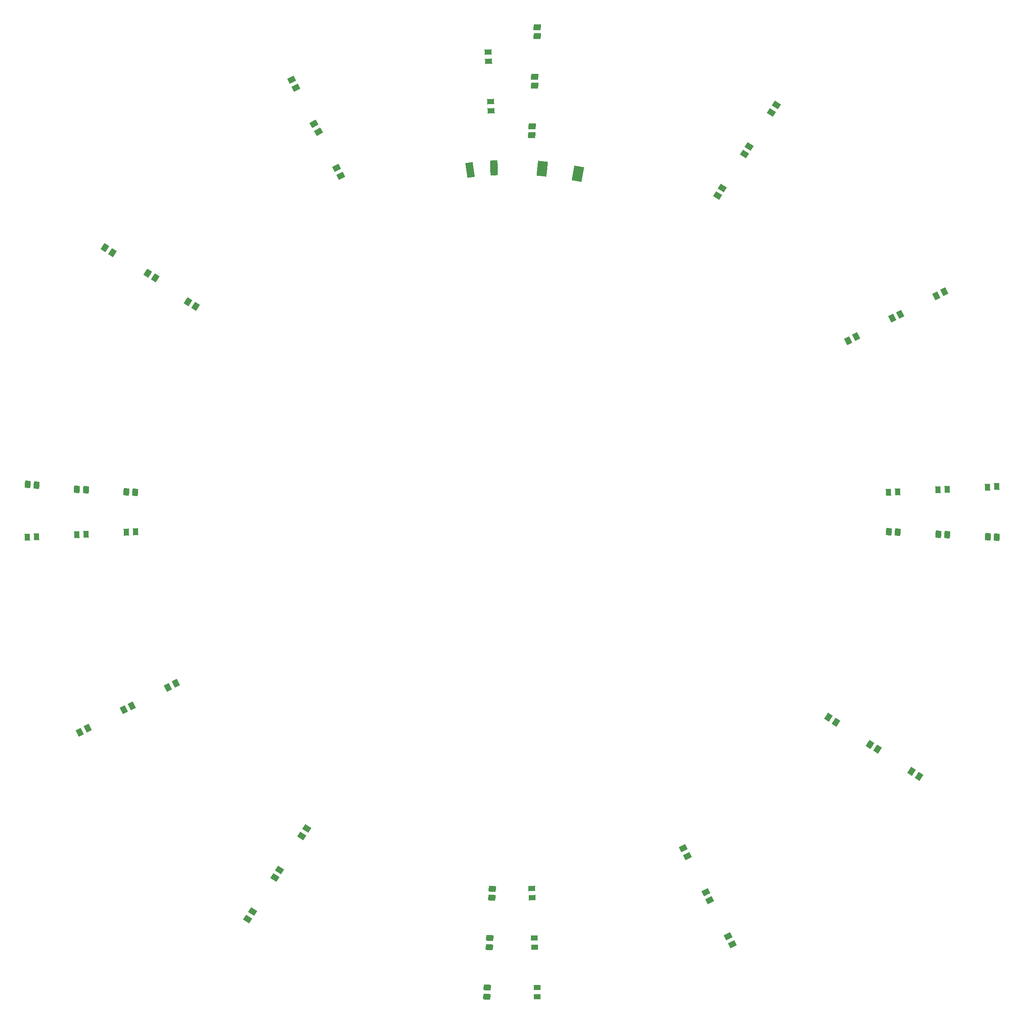
<source format=gbp>
G04 Layer_Color=128*
%FSLAX42Y42*%
%MOMM*%
G71*
G01*
G75*
G04:AMPARAMS|DCode=120|XSize=1.4mm|YSize=1.05mm|CornerRadius=0mm|HoleSize=0mm|Usage=FLASHONLY|Rotation=272.678|XOffset=0mm|YOffset=0mm|HoleType=Round|Shape=Rectangle|*
%AMROTATEDRECTD120*
4,1,4,-0.56,0.67,0.49,0.72,0.56,-0.67,-0.49,-0.72,-0.56,0.67,0.0*
%
%ADD120ROTATEDRECTD120*%

G04:AMPARAMS|DCode=121|XSize=1.4mm|YSize=1.05mm|CornerRadius=0mm|HoleSize=0mm|Usage=FLASHONLY|Rotation=2.023|XOffset=0mm|YOffset=0mm|HoleType=Round|Shape=Rectangle|*
%AMROTATEDRECTD121*
4,1,4,-0.68,-0.55,-0.72,0.50,0.68,0.55,0.72,-0.50,-0.68,-0.55,0.0*
%
%ADD121ROTATEDRECTD121*%

G04:AMPARAMS|DCode=122|XSize=1.4mm|YSize=1.05mm|CornerRadius=0mm|HoleSize=0mm|Usage=FLASHONLY|Rotation=3.004|XOffset=0mm|YOffset=0mm|HoleType=Round|Shape=Rectangle|*
%AMROTATEDRECTD122*
4,1,4,-0.67,-0.56,-0.73,0.49,0.67,0.56,0.73,-0.49,-0.67,-0.56,0.0*
%
%ADD122ROTATEDRECTD122*%

G04:AMPARAMS|DCode=123|XSize=1.4mm|YSize=1.05mm|CornerRadius=0mm|HoleSize=0mm|Usage=FLASHONLY|Rotation=272.498|XOffset=0mm|YOffset=0mm|HoleType=Round|Shape=Rectangle|*
%AMROTATEDRECTD123*
4,1,4,-0.56,0.68,0.49,0.72,0.56,-0.68,-0.49,-0.72,-0.56,0.68,0.0*
%
%ADD123ROTATEDRECTD123*%

G04:AMPARAMS|DCode=124|XSize=1.4mm|YSize=1.05mm|CornerRadius=0mm|HoleSize=0mm|Usage=FLASHONLY|Rotation=1.976|XOffset=0mm|YOffset=0mm|HoleType=Round|Shape=Rectangle|*
%AMROTATEDRECTD124*
4,1,4,-0.68,-0.55,-0.72,0.50,0.68,0.55,0.72,-0.50,-0.68,-0.55,0.0*
%
%ADD124ROTATEDRECTD124*%

G04:AMPARAMS|DCode=125|XSize=1.4mm|YSize=1.05mm|CornerRadius=0mm|HoleSize=0mm|Usage=FLASHONLY|Rotation=3.000|XOffset=0mm|YOffset=0mm|HoleType=Round|Shape=Rectangle|*
%AMROTATEDRECTD125*
4,1,4,-0.67,-0.56,-0.73,0.49,0.67,0.56,0.73,-0.49,-0.67,-0.56,0.0*
%
%ADD125ROTATEDRECTD125*%

G04:AMPARAMS|DCode=126|XSize=1.4mm|YSize=1.05mm|CornerRadius=0mm|HoleSize=0mm|Usage=FLASHONLY|Rotation=273.177|XOffset=0mm|YOffset=0mm|HoleType=Round|Shape=Rectangle|*
%AMROTATEDRECTD126*
4,1,4,-0.56,0.67,0.49,0.73,0.56,-0.67,-0.49,-0.73,-0.56,0.67,0.0*
%
%ADD126ROTATEDRECTD126*%

G04:AMPARAMS|DCode=127|XSize=1.4mm|YSize=1.05mm|CornerRadius=0mm|HoleSize=0mm|Usage=FLASHONLY|Rotation=2.523|XOffset=0mm|YOffset=0mm|HoleType=Round|Shape=Rectangle|*
%AMROTATEDRECTD127*
4,1,4,-0.68,-0.56,-0.72,0.49,0.68,0.56,0.72,-0.49,-0.68,-0.56,0.0*
%
%ADD127ROTATEDRECTD127*%

G04:AMPARAMS|DCode=128|XSize=1.45mm|YSize=1.15mm|CornerRadius=0mm|HoleSize=0mm|Usage=FLASHONLY|Rotation=178.525|XOffset=0mm|YOffset=0mm|HoleType=Round|Shape=Rectangle|*
%AMROTATEDRECTD128*
4,1,4,0.74,0.56,0.71,-0.59,-0.74,-0.56,-0.71,0.59,0.74,0.56,0.0*
%
%ADD128ROTATEDRECTD128*%

G04:AMPARAMS|DCode=129|XSize=1.45mm|YSize=1.15mm|CornerRadius=0mm|HoleSize=0mm|Usage=FLASHONLY|Rotation=178.500|XOffset=0mm|YOffset=0mm|HoleType=Round|Shape=Rectangle|*
%AMROTATEDRECTD129*
4,1,4,0.74,0.56,0.71,-0.59,-0.74,-0.56,-0.71,0.59,0.74,0.56,0.0*
%
%ADD129ROTATEDRECTD129*%

G04:AMPARAMS|DCode=130|XSize=1.45mm|YSize=1.15mm|CornerRadius=0mm|HoleSize=0mm|Usage=FLASHONLY|Rotation=177.821|XOffset=0mm|YOffset=0mm|HoleType=Round|Shape=Rectangle|*
%AMROTATEDRECTD130*
4,1,4,0.75,0.55,0.70,-0.60,-0.75,-0.55,-0.70,0.60,0.75,0.55,0.0*
%
%ADD130ROTATEDRECTD130*%

G04:AMPARAMS|DCode=131|XSize=1.45mm|YSize=1.15mm|CornerRadius=0mm|HoleSize=0mm|Usage=FLASHONLY|Rotation=148.237|XOffset=0mm|YOffset=0mm|HoleType=Round|Shape=Rectangle|*
%AMROTATEDRECTD131*
4,1,4,0.92,0.11,0.31,-0.87,-0.92,-0.11,-0.31,0.87,0.92,0.11,0.0*
%
%ADD131ROTATEDRECTD131*%

G04:AMPARAMS|DCode=132|XSize=1.45mm|YSize=1.15mm|CornerRadius=0mm|HoleSize=0mm|Usage=FLASHONLY|Rotation=147.368|XOffset=0mm|YOffset=0mm|HoleType=Round|Shape=Rectangle|*
%AMROTATEDRECTD132*
4,1,4,0.92,0.09,0.30,-0.88,-0.92,-0.09,-0.30,0.88,0.92,0.09,0.0*
%
%ADD132ROTATEDRECTD132*%

G04:AMPARAMS|DCode=133|XSize=1.45mm|YSize=1.15mm|CornerRadius=0mm|HoleSize=0mm|Usage=FLASHONLY|Rotation=146.785|XOffset=0mm|YOffset=0mm|HoleType=Round|Shape=Rectangle|*
%AMROTATEDRECTD133*
4,1,4,0.92,0.08,0.29,-0.88,-0.92,-0.08,-0.29,0.88,0.92,0.08,0.0*
%
%ADD133ROTATEDRECTD133*%

G04:AMPARAMS|DCode=134|XSize=1.45mm|YSize=1.15mm|CornerRadius=0mm|HoleSize=0mm|Usage=FLASHONLY|Rotation=117.269|XOffset=0mm|YOffset=0mm|HoleType=Round|Shape=Rectangle|*
%AMROTATEDRECTD134*
4,1,4,0.84,-0.38,-0.18,-0.91,-0.84,0.38,0.18,0.91,0.84,-0.38,0.0*
%
%ADD134ROTATEDRECTD134*%

G04:AMPARAMS|DCode=135|XSize=1.45mm|YSize=1.15mm|CornerRadius=0mm|HoleSize=0mm|Usage=FLASHONLY|Rotation=117.500|XOffset=0mm|YOffset=0mm|HoleType=Round|Shape=Rectangle|*
%AMROTATEDRECTD135*
4,1,4,0.84,-0.38,-0.18,-0.91,-0.84,0.38,0.18,0.91,0.84,-0.38,0.0*
%
%ADD135ROTATEDRECTD135*%

G04:AMPARAMS|DCode=136|XSize=1.45mm|YSize=1.15mm|CornerRadius=0mm|HoleSize=0mm|Usage=FLASHONLY|Rotation=116.986|XOffset=0mm|YOffset=0mm|HoleType=Round|Shape=Rectangle|*
%AMROTATEDRECTD136*
4,1,4,0.84,-0.39,-0.18,-0.91,-0.84,0.39,0.18,0.91,0.84,-0.39,0.0*
%
%ADD136ROTATEDRECTD136*%

G04:AMPARAMS|DCode=137|XSize=1.45mm|YSize=1.15mm|CornerRadius=0mm|HoleSize=0mm|Usage=FLASHONLY|Rotation=86.739|XOffset=0mm|YOffset=0mm|HoleType=Round|Shape=Rectangle|*
%AMROTATEDRECTD137*
4,1,4,0.53,-0.76,-0.62,-0.69,-0.53,0.76,0.62,0.69,0.53,-0.76,0.0*
%
%ADD137ROTATEDRECTD137*%

G04:AMPARAMS|DCode=138|XSize=1.45mm|YSize=1.15mm|CornerRadius=0mm|HoleSize=0mm|Usage=FLASHONLY|Rotation=86.848|XOffset=0mm|YOffset=0mm|HoleType=Round|Shape=Rectangle|*
%AMROTATEDRECTD138*
4,1,4,0.53,-0.76,-0.61,-0.69,-0.53,0.76,0.61,0.69,0.53,-0.76,0.0*
%
%ADD138ROTATEDRECTD138*%

G04:AMPARAMS|DCode=139|XSize=1.45mm|YSize=1.15mm|CornerRadius=0mm|HoleSize=0mm|Usage=FLASHONLY|Rotation=87.572|XOffset=0mm|YOffset=0mm|HoleType=Round|Shape=Rectangle|*
%AMROTATEDRECTD139*
4,1,4,0.54,-0.75,-0.61,-0.70,-0.54,0.75,0.61,0.70,0.54,-0.75,0.0*
%
%ADD139ROTATEDRECTD139*%

G04:AMPARAMS|DCode=140|XSize=1.45mm|YSize=1.15mm|CornerRadius=0mm|HoleSize=0mm|Usage=FLASHONLY|Rotation=56.445|XOffset=0mm|YOffset=0mm|HoleType=Round|Shape=Rectangle|*
%AMROTATEDRECTD140*
4,1,4,0.08,-0.92,-0.88,-0.29,-0.08,0.92,0.88,0.29,0.08,-0.92,0.0*
%
%ADD140ROTATEDRECTD140*%

G04:AMPARAMS|DCode=141|XSize=1.45mm|YSize=1.15mm|CornerRadius=0mm|HoleSize=0mm|Usage=FLASHONLY|Rotation=56.992|XOffset=0mm|YOffset=0mm|HoleType=Round|Shape=Rectangle|*
%AMROTATEDRECTD141*
4,1,4,0.09,-0.92,-0.88,-0.29,-0.09,0.92,0.88,0.29,0.09,-0.92,0.0*
%
%ADD141ROTATEDRECTD141*%

G04:AMPARAMS|DCode=142|XSize=1.45mm|YSize=1.15mm|CornerRadius=0mm|HoleSize=0mm|Usage=FLASHONLY|Rotation=56.772|XOffset=0mm|YOffset=0mm|HoleType=Round|Shape=Rectangle|*
%AMROTATEDRECTD142*
4,1,4,0.08,-0.92,-0.88,-0.29,-0.08,0.92,0.88,0.29,0.08,-0.92,0.0*
%
%ADD142ROTATEDRECTD142*%

G04:AMPARAMS|DCode=143|XSize=1.45mm|YSize=1.15mm|CornerRadius=0mm|HoleSize=0mm|Usage=FLASHONLY|Rotation=27.272|XOffset=0mm|YOffset=0mm|HoleType=Round|Shape=Rectangle|*
%AMROTATEDRECTD143*
4,1,4,-0.38,-0.84,-0.91,0.18,0.38,0.84,0.91,-0.18,-0.38,-0.84,0.0*
%
%ADD143ROTATEDRECTD143*%

G04:AMPARAMS|DCode=144|XSize=1.45mm|YSize=1.15mm|CornerRadius=0mm|HoleSize=0mm|Usage=FLASHONLY|Rotation=27.304|XOffset=0mm|YOffset=0mm|HoleType=Round|Shape=Rectangle|*
%AMROTATEDRECTD144*
4,1,4,-0.38,-0.84,-0.91,0.18,0.38,0.84,0.91,-0.18,-0.38,-0.84,0.0*
%
%ADD144ROTATEDRECTD144*%

G04:AMPARAMS|DCode=145|XSize=1.45mm|YSize=1.15mm|CornerRadius=0mm|HoleSize=0mm|Usage=FLASHONLY|Rotation=26.794|XOffset=0mm|YOffset=0mm|HoleType=Round|Shape=Rectangle|*
%AMROTATEDRECTD145*
4,1,4,-0.39,-0.84,-0.91,0.19,0.39,0.84,0.91,-0.19,-0.39,-0.84,0.0*
%
%ADD145ROTATEDRECTD145*%

G04:AMPARAMS|DCode=146|XSize=1.45mm|YSize=1.15mm|CornerRadius=0mm|HoleSize=0mm|Usage=FLASHONLY|Rotation=357.220|XOffset=0mm|YOffset=0mm|HoleType=Round|Shape=Rectangle|*
%AMROTATEDRECTD146*
4,1,4,-0.75,-0.54,-0.70,0.61,0.75,0.54,0.70,-0.61,-0.75,-0.54,0.0*
%
%ADD146ROTATEDRECTD146*%

G04:AMPARAMS|DCode=147|XSize=1.45mm|YSize=1.15mm|CornerRadius=0mm|HoleSize=0mm|Usage=FLASHONLY|Rotation=357.169|XOffset=0mm|YOffset=0mm|HoleType=Round|Shape=Rectangle|*
%AMROTATEDRECTD147*
4,1,4,-0.75,-0.54,-0.70,0.61,0.75,0.54,0.70,-0.61,-0.75,-0.54,0.0*
%
%ADD147ROTATEDRECTD147*%

G04:AMPARAMS|DCode=148|XSize=1.45mm|YSize=1.15mm|CornerRadius=0mm|HoleSize=0mm|Usage=FLASHONLY|Rotation=357.386|XOffset=0mm|YOffset=0mm|HoleType=Round|Shape=Rectangle|*
%AMROTATEDRECTD148*
4,1,4,-0.75,-0.54,-0.70,0.61,0.75,0.54,0.70,-0.61,-0.75,-0.54,0.0*
%
%ADD148ROTATEDRECTD148*%

G04:AMPARAMS|DCode=149|XSize=1.45mm|YSize=1.15mm|CornerRadius=0mm|HoleSize=0mm|Usage=FLASHONLY|Rotation=326.426|XOffset=0mm|YOffset=0mm|HoleType=Round|Shape=Rectangle|*
%AMROTATEDRECTD149*
4,1,4,-0.92,-0.08,-0.29,0.88,0.92,0.08,0.29,-0.88,-0.92,-0.08,0.0*
%
%ADD149ROTATEDRECTD149*%

G04:AMPARAMS|DCode=150|XSize=1.45mm|YSize=1.15mm|CornerRadius=0mm|HoleSize=0mm|Usage=FLASHONLY|Rotation=209.832|XOffset=0mm|YOffset=0mm|HoleType=Round|Shape=Rectangle|*
%AMROTATEDRECTD150*
4,1,4,0.34,0.86,0.91,-0.14,-0.34,-0.86,-0.91,0.14,0.34,0.86,0.0*
%
%ADD150ROTATEDRECTD150*%

G04:AMPARAMS|DCode=151|XSize=3mm|YSize=1.5mm|CornerRadius=0mm|HoleSize=0mm|Usage=FLASHONLY|Rotation=98.000|XOffset=0mm|YOffset=0mm|HoleType=Round|Shape=Rectangle|*
%AMROTATEDRECTD151*
4,1,4,0.95,-1.38,-0.53,-1.59,-0.95,1.38,0.53,1.59,0.95,-1.38,0.0*
%
%ADD151ROTATEDRECTD151*%

G04:AMPARAMS|DCode=152|XSize=3mm|YSize=1.5mm|CornerRadius=0mm|HoleSize=0mm|Usage=FLASHONLY|Rotation=272.000|XOffset=0mm|YOffset=0mm|HoleType=Round|Shape=Rectangle|*
%AMROTATEDRECTD152*
4,1,4,-0.80,1.47,0.70,1.53,0.80,-1.47,-0.70,-1.53,-0.80,1.47,0.0*
%
%ADD152ROTATEDRECTD152*%

G04:AMPARAMS|DCode=153|XSize=3mm|YSize=2mm|CornerRadius=0mm|HoleSize=0mm|Usage=FLASHONLY|Rotation=84.000|XOffset=0mm|YOffset=0mm|HoleType=Round|Shape=Rectangle|*
%AMROTATEDRECTD153*
4,1,4,0.84,-1.60,-1.15,-1.39,-0.84,1.60,1.15,1.39,0.84,-1.60,0.0*
%
%ADD153ROTATEDRECTD153*%

G04:AMPARAMS|DCode=154|XSize=3mm|YSize=2mm|CornerRadius=0mm|HoleSize=0mm|Usage=FLASHONLY|Rotation=80.000|XOffset=0mm|YOffset=0mm|HoleType=Round|Shape=Rectangle|*
%AMROTATEDRECTD154*
4,1,4,0.72,-1.65,-1.25,-1.30,-0.72,1.65,1.25,1.30,0.72,-1.65,0.0*
%
%ADD154ROTATEDRECTD154*%

D120*
X-9592Y-503D02*
D03*
X-9782Y-512D02*
D03*
X9592Y503D02*
D03*
X9782Y513D02*
D03*
D121*
X504Y-9592D02*
D03*
X511Y-9782D02*
D03*
D122*
X-486Y9282D02*
D03*
X-477Y9093D02*
D03*
D123*
X-8593Y-451D02*
D03*
X-8783Y-459D02*
D03*
X8593Y451D02*
D03*
X8783Y459D02*
D03*
X7595Y399D02*
D03*
X7784Y407D02*
D03*
D124*
X452Y-8593D02*
D03*
X459Y-8783D02*
D03*
D125*
X-434Y8284D02*
D03*
X-424Y8094D02*
D03*
D126*
X-7595Y-398D02*
D03*
X-7784Y-408D02*
D03*
D127*
X399Y-7595D02*
D03*
X407Y-7784D02*
D03*
D128*
X405Y7779D02*
D03*
X401Y7599D02*
D03*
D129*
X458Y8778D02*
D03*
X453Y8598D02*
D03*
D130*
X511Y9777D02*
D03*
X504Y9597D02*
D03*
D131*
X4241Y6534D02*
D03*
X4146Y6381D02*
D03*
D132*
X4787Y7372D02*
D03*
X4690Y7221D02*
D03*
X-4787Y-7372D02*
D03*
X-4689Y-7221D02*
D03*
X-5332Y-8211D02*
D03*
X-5234Y-8060D02*
D03*
D133*
X5332Y8210D02*
D03*
X5234Y8060D02*
D03*
D134*
X6941Y3537D02*
D03*
X6781Y3454D02*
D03*
X-6941Y-3537D02*
D03*
X-6781Y-3455D02*
D03*
X-7832Y-3991D02*
D03*
X-7672Y-3909D02*
D03*
X-8723Y-4445D02*
D03*
X-8563Y-4362D02*
D03*
D135*
X7832Y3991D02*
D03*
X7672Y3908D02*
D03*
D136*
X8723Y4445D02*
D03*
X8563Y4363D02*
D03*
D137*
X7779Y-408D02*
D03*
X7600Y-398D02*
D03*
X-7779Y408D02*
D03*
X-7600Y398D02*
D03*
X-9774Y555D02*
D03*
X-9595Y545D02*
D03*
D138*
X8778Y-460D02*
D03*
X8598Y-450D02*
D03*
D139*
X9777Y-511D02*
D03*
X9597Y-504D02*
D03*
X-8778Y459D02*
D03*
X-8598Y452D02*
D03*
D140*
X6533Y-4243D02*
D03*
X6383Y-4144D02*
D03*
D141*
X7372Y-4787D02*
D03*
X7221Y-4689D02*
D03*
X-6533Y4243D02*
D03*
X-6382Y4145D02*
D03*
X-7351Y4820D02*
D03*
X-7201Y4721D02*
D03*
X-8211Y5332D02*
D03*
X-8059Y5234D02*
D03*
D142*
X8210Y-5332D02*
D03*
X8060Y-5234D02*
D03*
D143*
X3537Y-6941D02*
D03*
X3454Y-6781D02*
D03*
X-3536Y6941D02*
D03*
X-3455Y6780D02*
D03*
X-4445Y8723D02*
D03*
X-4363Y8563D02*
D03*
D144*
X3991Y-7832D02*
D03*
X3908Y-7672D02*
D03*
D145*
X4444Y-8723D02*
D03*
X4363Y-8562D02*
D03*
D146*
X-407Y-7779D02*
D03*
X-399Y-7600D02*
D03*
D147*
X-460Y-8778D02*
D03*
X-451Y-8598D02*
D03*
D148*
X-512Y-9777D02*
D03*
X-504Y-9597D02*
D03*
D149*
X-4243Y-6533D02*
D03*
X-4144Y-6383D02*
D03*
D150*
X-3994Y7830D02*
D03*
X-3905Y7674D02*
D03*
D151*
X-847Y6898D02*
D03*
D152*
X-364Y6940D02*
D03*
D153*
X606Y6924D02*
D03*
D154*
X1326Y6822D02*
D03*
M02*

</source>
